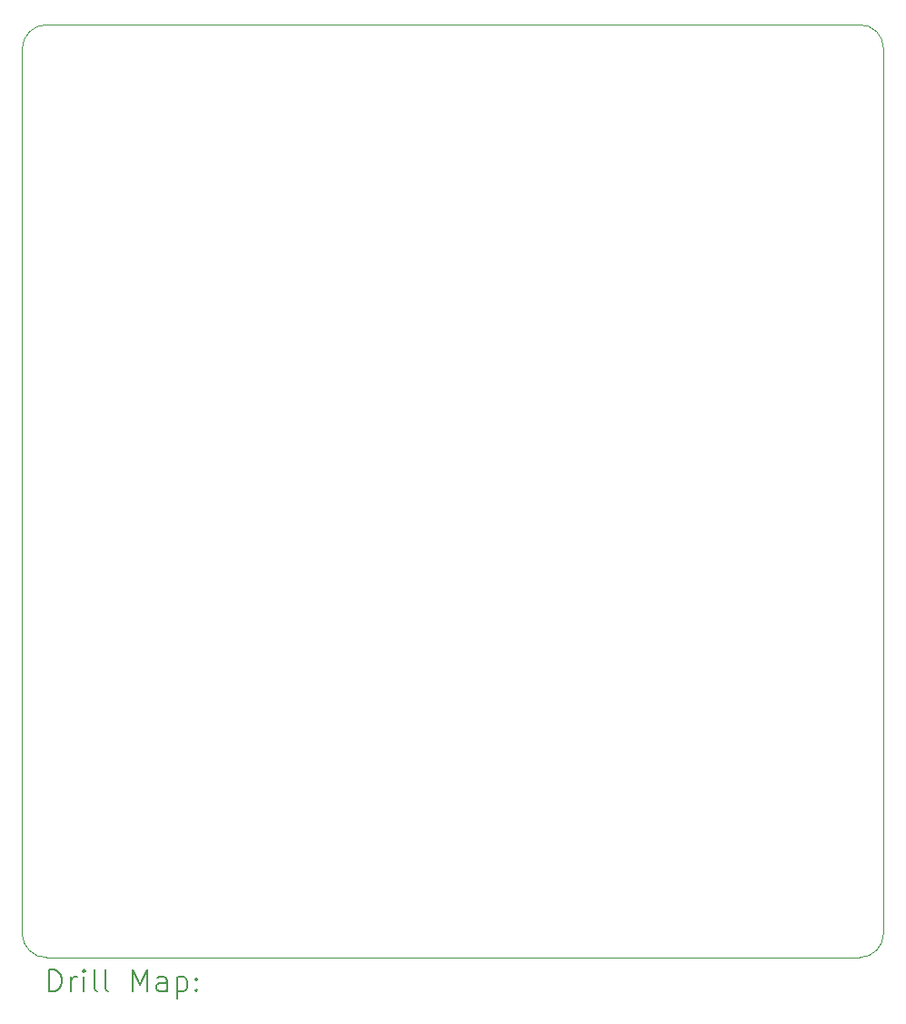
<source format=gbr>
%FSLAX45Y45*%
G04 Gerber Fmt 4.5, Leading zero omitted, Abs format (unit mm)*
G04 Created by KiCad (PCBNEW (6.0.5)) date 2023-02-25 22:18:25*
%MOMM*%
%LPD*%
G01*
G04 APERTURE LIST*
%TA.AperFunction,Profile*%
%ADD10C,0.100000*%
%TD*%
%ADD11C,0.200000*%
G04 APERTURE END LIST*
D10*
X8153052Y-12728606D02*
G75*
G03*
X8382000Y-12954000I225418J-4D01*
G01*
X16179802Y-4492981D02*
G75*
G03*
X15955521Y-4269741I-220992J2261D01*
G01*
X8382000Y-4269388D02*
G75*
G03*
X8153047Y-4498340I0J-228953D01*
G01*
X8153047Y-4498340D02*
X8153047Y-12728606D01*
X15955069Y-12954005D02*
G75*
G03*
X16179804Y-12727940I1211J223535D01*
G01*
X8382000Y-12954000D02*
X15955069Y-12954000D01*
X15955521Y-4269741D02*
X8382000Y-4269388D01*
X16179804Y-12727940D02*
X16179800Y-4492981D01*
D11*
X8405667Y-13269504D02*
X8405667Y-13069504D01*
X8453286Y-13069504D01*
X8481857Y-13079028D01*
X8500905Y-13098075D01*
X8510428Y-13117123D01*
X8519952Y-13155218D01*
X8519952Y-13183789D01*
X8510428Y-13221885D01*
X8500905Y-13240932D01*
X8481857Y-13259980D01*
X8453286Y-13269504D01*
X8405667Y-13269504D01*
X8605667Y-13269504D02*
X8605667Y-13136170D01*
X8605667Y-13174266D02*
X8615190Y-13155218D01*
X8624714Y-13145694D01*
X8643762Y-13136170D01*
X8662809Y-13136170D01*
X8729476Y-13269504D02*
X8729476Y-13136170D01*
X8729476Y-13069504D02*
X8719952Y-13079028D01*
X8729476Y-13088551D01*
X8739000Y-13079028D01*
X8729476Y-13069504D01*
X8729476Y-13088551D01*
X8853286Y-13269504D02*
X8834238Y-13259980D01*
X8824714Y-13240932D01*
X8824714Y-13069504D01*
X8958048Y-13269504D02*
X8939000Y-13259980D01*
X8929476Y-13240932D01*
X8929476Y-13069504D01*
X9186619Y-13269504D02*
X9186619Y-13069504D01*
X9253286Y-13212361D01*
X9319952Y-13069504D01*
X9319952Y-13269504D01*
X9500905Y-13269504D02*
X9500905Y-13164742D01*
X9491381Y-13145694D01*
X9472333Y-13136170D01*
X9434238Y-13136170D01*
X9415190Y-13145694D01*
X9500905Y-13259980D02*
X9481857Y-13269504D01*
X9434238Y-13269504D01*
X9415190Y-13259980D01*
X9405667Y-13240932D01*
X9405667Y-13221885D01*
X9415190Y-13202837D01*
X9434238Y-13193313D01*
X9481857Y-13193313D01*
X9500905Y-13183789D01*
X9596143Y-13136170D02*
X9596143Y-13336170D01*
X9596143Y-13145694D02*
X9615190Y-13136170D01*
X9653286Y-13136170D01*
X9672333Y-13145694D01*
X9681857Y-13155218D01*
X9691381Y-13174266D01*
X9691381Y-13231408D01*
X9681857Y-13250456D01*
X9672333Y-13259980D01*
X9653286Y-13269504D01*
X9615190Y-13269504D01*
X9596143Y-13259980D01*
X9777095Y-13250456D02*
X9786619Y-13259980D01*
X9777095Y-13269504D01*
X9767571Y-13259980D01*
X9777095Y-13250456D01*
X9777095Y-13269504D01*
X9777095Y-13145694D02*
X9786619Y-13155218D01*
X9777095Y-13164742D01*
X9767571Y-13155218D01*
X9777095Y-13145694D01*
X9777095Y-13164742D01*
M02*

</source>
